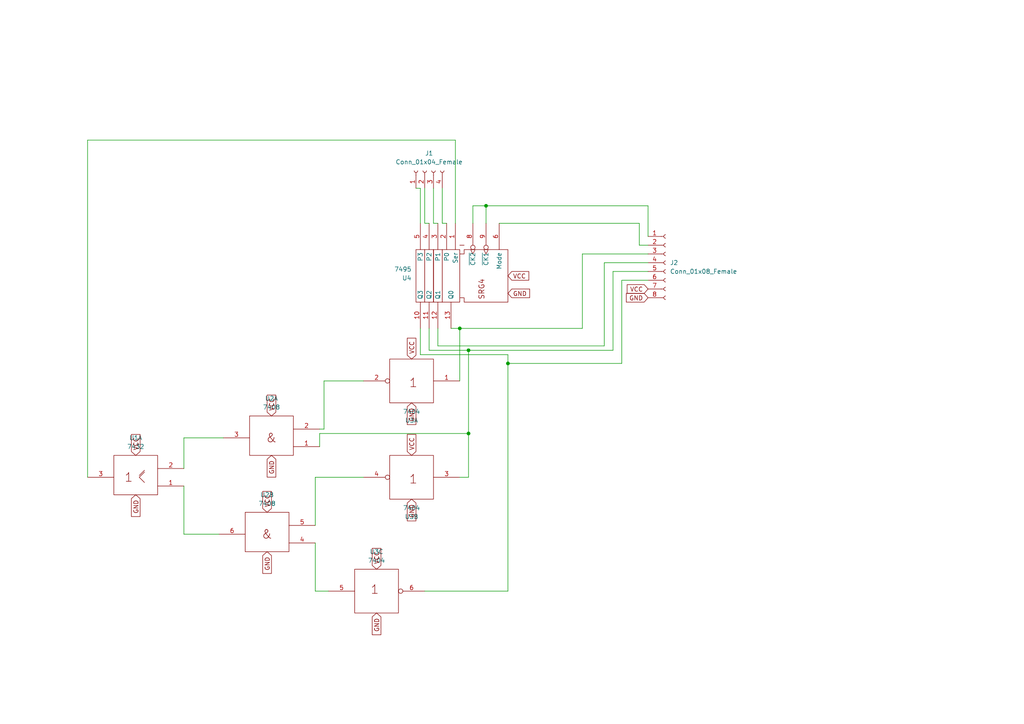
<source format=kicad_sch>
(kicad_sch (version 20211123) (generator eeschema)
  (paper "A4")
  (lib_symbols
    (symbol "74xx_IEEE:7404" (pin_names (offset 0.762))
      (property "Reference" "U" (at 5.08 7.62 0))
      (property "Value" "7404" (at 3.81 -8.89 0))
      (symbol "7404_0_0"
        (text "1" (at -0.508 0.508 0) (effects (font (size 2.54 2.54))))
      )
      (symbol "7404_0_1"
        (rectangle (start -6.35 6.35) (end 6.35 -6.35))
        (pin power_in line (at 0 6.35 270) (length 0) hide (name "Vcc") (number "14"))
        (pin power_in line (at 0 -6.35 90) (length 0) hide (name "Gnd") (number "7"))
      )
      (symbol "7404_1_1"
        (pin input line (at -13.97 0 0) (length 7.62) (name "~") (number "1"))
        (pin input inverted (at 13.97 0 180) (length 7.62) (name "~") (number "2"))
      )
      (symbol "7404_2_1"
        (pin input line (at -13.97 0 0) (length 7.62) (name "~") (number "3"))
        (pin input inverted (at 13.97 0 180) (length 7.62) (name "~") (number "4"))
      )
      (symbol "7404_3_1"
        (pin input line (at -13.97 0 0) (length 7.62) (name "~") (number "5"))
        (pin input inverted (at 13.97 0 180) (length 7.62) (name "~") (number "6"))
      )
      (symbol "7404_4_1"
        (pin input inverted (at 13.97 0 180) (length 7.62) (name "~") (number "8"))
        (pin input line (at -13.97 0 0) (length 7.62) (name "~") (number "9"))
      )
      (symbol "7404_5_1"
        (pin input inverted (at 13.97 0 180) (length 7.62) (name "~") (number "10"))
        (pin input line (at -13.97 0 0) (length 7.62) (name "~") (number "11"))
      )
      (symbol "7404_6_1"
        (pin input inverted (at 13.97 0 180) (length 7.62) (name "~") (number "12"))
        (pin input line (at -13.97 0 0) (length 7.62) (name "~") (number "13"))
      )
    )
    (symbol "74xx_IEEE:7408" (pin_names (offset 0.762))
      (property "Reference" "U" (at 2.54 7.62 0))
      (property "Value" "7408" (at 3.81 -8.89 0))
      (symbol "7408_0_1"
        (rectangle (start -6.35 5.08) (end 6.35 -6.35))
        (text "&" (at 0 0 0) (effects (font (size 2.54 2.54))))
        (pin power_in line (at 0 5.08 270) (length 0) hide (name "Vcc") (number "14"))
        (pin power_in line (at 0 -6.35 90) (length 0) hide (name "Gnd") (number "7"))
      )
      (symbol "7408_1_1"
        (pin input line (at -13.97 2.54 0) (length 7.62) (name "~") (number "1"))
        (pin input line (at -13.97 -2.54 0) (length 7.62) (name "~") (number "2"))
        (pin output line (at 13.97 0 180) (length 7.62) (name "~") (number "3"))
      )
      (symbol "7408_2_1"
        (pin input line (at -13.97 2.54 0) (length 7.62) (name "~") (number "4"))
        (pin input line (at -13.97 -2.54 0) (length 7.62) (name "~") (number "5"))
        (pin input line (at 13.97 0 180) (length 7.62) (name "~") (number "6"))
      )
      (symbol "7408_3_1"
        (pin input line (at -13.97 -2.54 0) (length 7.62) (name "~") (number "10"))
        (pin input line (at 13.97 0 180) (length 7.62) (name "~") (number "8"))
        (pin input line (at -13.97 2.54 0) (length 7.62) (name "~") (number "9"))
      )
      (symbol "7408_4_1"
        (pin input line (at 13.97 0 180) (length 7.62) (name "~") (number "11"))
        (pin input line (at -13.97 2.54 0) (length 7.62) (name "~") (number "12"))
        (pin input line (at -13.97 -2.54 0) (length 7.62) (name "~") (number "13"))
      )
    )
    (symbol "74xx_IEEE:7432" (pin_names (offset 0.762))
      (property "Reference" "U" (at 2.54 6.35 0))
      (property "Value" "7432" (at 3.81 -7.62 0))
      (symbol "7432_0_1"
        (rectangle (start -6.35 5.08) (end 6.35 -6.35))
        (polyline (pts (xy -2.54 -2.032) (xy -1.016 -0.508) (xy -1.016 -0.508)))
        (polyline (pts (xy -2.54 1.524) (xy -2.54 1.524) (xy -1.016 0) (xy -2.54 -1.524) (xy -2.54 -1.524)))
        (text "1" (at 2.032 0 0) (effects (font (size 2.54 2.54))))
        (pin power_in line (at 0 5.08 270) (length 0) hide (name "Vcc") (number "14"))
        (pin power_in line (at 0 -6.35 90) (length 0) hide (name "Gnd") (number "7"))
      )
      (symbol "7432_1_1"
        (pin input line (at -13.97 2.54 0) (length 7.62) (name "~") (number "1"))
        (pin input line (at -13.97 -2.54 0) (length 7.62) (name "~") (number "2"))
        (pin output line (at 13.97 0 180) (length 7.62) (name "~") (number "3"))
      )
      (symbol "7432_2_1"
        (pin input line (at -13.97 2.54 0) (length 7.62) (name "~") (number "4"))
        (pin input line (at -13.97 -2.54 0) (length 7.62) (name "~") (number "5"))
        (pin output line (at 13.97 0 180) (length 7.62) (name "~") (number "6"))
      )
      (symbol "7432_3_1"
        (pin input line (at -13.97 -2.54 0) (length 7.62) (name "~") (number "10"))
        (pin output line (at 13.97 0 180) (length 7.62) (name "~") (number "8"))
        (pin input line (at -13.97 2.54 0) (length 7.62) (name "~") (number "9"))
      )
      (symbol "7432_4_1"
        (pin output line (at 13.97 0 180) (length 7.62) (name "~") (number "11"))
        (pin input line (at -13.97 2.54 0) (length 7.62) (name "~") (number "12"))
        (pin input line (at -13.97 -2.54 0) (length 7.62) (name "~") (number "13"))
      )
    )
    (symbol "74xx_IEEE:7495" (pin_names (offset 0.762))
      (property "Reference" "U" (at 8.89 13.97 0))
      (property "Value" "7495" (at 5.08 -15.24 0))
      (symbol "7495_0_0"
        (polyline (pts (xy -8.89 0) (xy -8.89 0)))
        (polyline (pts (xy -8.89 1.27) (xy -8.89 0) (xy -8.89 0)))
        (text "SRG4" (at 3.81 6.35 0) (effects (font (size 1.524 1.524))))
        (pin power_in line (at 5.08 13.97 270) (length 0) hide (name "VCC") (number "14"))
        (pin power_in line (at 0 13.97 270) (length 0) hide (name "GND") (number "7"))
      )
      (symbol "7495_0_1"
        (rectangle (start -7.62 -10.16) (end 7.62 -12.7))
        (rectangle (start -7.62 -7.62) (end 7.62 -10.16))
        (rectangle (start -7.62 -5.08) (end 7.62 -7.62))
        (rectangle (start -7.62 0) (end 7.62 -5.08))
        (polyline (pts (xy -6.35 0) (xy -6.35 1.27) (xy -7.62 1.27) (xy -7.62 13.97) (xy 7.62 13.97) (xy 7.62 1.27) (xy 6.35 1.27) (xy 6.35 0) (xy 6.35 0)))
      )
      (symbol "7495_1_1"
        (pin input line (at -15.24 -1.27 0) (length 7.62) (name "Ser") (number "1"))
        (pin output line (at 15.24 -11.43 180) (length 7.62) (name "Q3") (number "10"))
        (pin output line (at 15.24 -8.89 180) (length 7.62) (name "Q2") (number "11"))
        (pin output line (at 15.24 -6.35 180) (length 7.62) (name "Q1") (number "12"))
        (pin output line (at 15.24 -2.54 180) (length 7.62) (name "Q0") (number "13"))
        (pin input line (at -15.24 -3.81 0) (length 7.62) (name "P0") (number "2"))
        (pin input line (at -15.24 -6.35 0) (length 7.62) (name "P1") (number "3"))
        (pin input line (at -15.24 -8.89 0) (length 7.62) (name "P2") (number "4"))
        (pin input line (at -15.24 -11.43 0) (length 7.62) (name "P3") (number "5"))
        (pin input line (at -15.24 11.43 0) (length 7.62) (name "Mode") (number "6"))
        (pin input inverted_clock (at -15.24 3.81 0) (length 7.62) (name "~{CK2}") (number "8"))
        (pin input inverted_clock (at -15.24 7.62 0) (length 7.62) (name "~{CK1}") (number "9"))
      )
    )
    (symbol "Connector:Conn_01x04_Female" (pin_names (offset 1.016) hide)
      (property "Reference" "J" (at 0 5.08 0))
      (property "Value" "Conn_01x04_Female" (at 0 -7.62 0))
      (symbol "Conn_01x04_Female_1_1"
        (arc (start 0 -4.572) (mid -0.508 -5.08) (end 0 -5.588) (stroke (width 0.1524)))
        (arc (start 0 -2.032) (mid -0.508 -2.54) (end 0 -3.048) (stroke (width 0.1524)))
        (polyline (pts (xy -1.27 -5.08) (xy -0.508 -5.08)) (stroke (width 0.1524)))
        (polyline (pts (xy -1.27 -2.54) (xy -0.508 -2.54)) (stroke (width 0.1524)))
        (polyline (pts (xy -1.27 0) (xy -0.508 0)) (stroke (width 0.1524)))
        (polyline (pts (xy -1.27 2.54) (xy -0.508 2.54)) (stroke (width 0.1524)))
        (arc (start 0 0.508) (mid -0.508 0) (end 0 -0.508) (stroke (width 0.1524)))
        (arc (start 0 3.048) (mid -0.508 2.54) (end 0 2.032) (stroke (width 0.1524)))
        (pin passive line (at -5.08 2.54 0) (length 3.81) (name "Pin_1") (number "1"))
        (pin passive line (at -5.08 0 0) (length 3.81) (name "Pin_2") (number "2"))
        (pin passive line (at -5.08 -2.54 0) (length 3.81) (name "Pin_3") (number "3"))
        (pin passive line (at -5.08 -5.08 0) (length 3.81) (name "Pin_4") (number "4"))
      )
    )
    (symbol "Connector:Conn_01x08_Female" (pin_names (offset 1.016) hide)
      (property "Reference" "J" (at 0 10.16 0))
      (property "Value" "Conn_01x08_Female" (at 0 -12.7 0))
      (symbol "Conn_01x08_Female_1_1"
        (arc (start 0 -9.652) (mid -0.508 -10.16) (end 0 -10.668) (stroke (width 0.1524)))
        (arc (start 0 -7.112) (mid -0.508 -7.62) (end 0 -8.128) (stroke (width 0.1524)))
        (arc (start 0 -4.572) (mid -0.508 -5.08) (end 0 -5.588) (stroke (width 0.1524)))
        (arc (start 0 -2.032) (mid -0.508 -2.54) (end 0 -3.048) (stroke (width 0.1524)))
        (polyline (pts (xy -1.27 -10.16) (xy -0.508 -10.16)) (stroke (width 0.1524)))
        (polyline (pts (xy -1.27 -7.62) (xy -0.508 -7.62)) (stroke (width 0.1524)))
        (polyline (pts (xy -1.27 -5.08) (xy -0.508 -5.08)) (stroke (width 0.1524)))
        (polyline (pts (xy -1.27 -2.54) (xy -0.508 -2.54)) (stroke (width 0.1524)))
        (polyline (pts (xy -1.27 0) (xy -0.508 0)) (stroke (width 0.1524)))
        (polyline (pts (xy -1.27 2.54) (xy -0.508 2.54)) (stroke (width 0.1524)))
        (polyline (pts (xy -1.27 5.08) (xy -0.508 5.08)) (stroke (width 0.1524)))
        (polyline (pts (xy -1.27 7.62) (xy -0.508 7.62)) (stroke (width 0.1524)))
        (arc (start 0 0.508) (mid -0.508 0) (end 0 -0.508) (stroke (width 0.1524)))
        (arc (start 0 3.048) (mid -0.508 2.54) (end 0 2.032) (stroke (width 0.1524)))
        (arc (start 0 5.588) (mid -0.508 5.08) (end 0 4.572) (stroke (width 0.1524)))
        (arc (start 0 8.128) (mid -0.508 7.62) (end 0 7.112) (stroke (width 0.1524)))
        (pin passive line (at -5.08 7.62 0) (length 3.81) (name "Pin_1") (number "1"))
        (pin passive line (at -5.08 5.08 0) (length 3.81) (name "Pin_2") (number "2"))
        (pin passive line (at -5.08 2.54 0) (length 3.81) (name "Pin_3") (number "3"))
        (pin passive line (at -5.08 0 0) (length 3.81) (name "Pin_4") (number "4"))
        (pin passive line (at -5.08 -2.54 0) (length 3.81) (name "Pin_5") (number "5"))
        (pin passive line (at -5.08 -5.08 0) (length 3.81) (name "Pin_6") (number "6"))
        (pin passive line (at -5.08 -7.62 0) (length 3.81) (name "Pin_7") (number "7"))
        (pin passive line (at -5.08 -10.16 0) (length 3.81) (name "Pin_8") (number "8"))
      )
    )
  )
  (junction (at 147.32 105.41))
  (junction (at 140.97 59.69))
  (junction (at 135.89 101.6))
  (junction (at 135.89 125.73))
  (junction (at 133.35 95.25))
  (wire (pts (xy 135.89 101.6) (xy 177.8 101.6)))
  (wire (pts (xy 121.92 54.61) (xy 121.92 64.77)))
  (wire (pts (xy 124.46 95.25) (xy 124.46 101.6)))
  (wire (pts (xy 64.77 127) (xy 53.34 127)))
  (wire (pts (xy 147.32 105.41) (xy 147.32 171.45)))
  (wire (pts (xy 128.27 64.77) (xy 129.54 64.77)))
  (wire (pts (xy 91.44 171.45) (xy 91.44 157.48)))
  (wire (pts (xy 175.26 76.2) (xy 187.96 76.2)))
  (wire (pts (xy 25.4 138.43) (xy 25.4 40.64)))
  (wire (pts (xy 177.8 101.6) (xy 177.8 78.74)))
  (wire (pts (xy 185.42 64.77) (xy 185.42 71.12)))
  (wire (pts (xy 127 95.25) (xy 127 100.33)))
  (wire (pts (xy 187.96 59.69) (xy 187.96 68.58)))
  (wire (pts (xy 133.35 95.25) (xy 168.91 95.25)))
  (wire (pts (xy 53.34 127) (xy 53.34 135.89)))
  (wire (pts (xy 180.34 81.28) (xy 180.34 105.41)))
  (wire (pts (xy 140.97 59.69) (xy 140.97 64.77)))
  (wire (pts (xy 123.19 64.77) (xy 124.46 64.77)))
  (wire (pts (xy 95.25 171.45) (xy 91.44 171.45)))
  (wire (pts (xy 91.44 138.43) (xy 91.44 152.4)))
  (wire (pts (xy 175.26 100.33) (xy 175.26 76.2)))
  (wire (pts (xy 177.8 78.74) (xy 187.96 78.74)))
  (wire (pts (xy 133.35 95.25) (xy 133.35 110.49)))
  (wire (pts (xy 137.16 64.77) (xy 137.16 59.69)))
  (wire (pts (xy 137.16 59.69) (xy 140.97 59.69)))
  (wire (pts (xy 135.89 125.73) (xy 135.89 138.43)))
  (wire (pts (xy 128.27 54.61) (xy 128.27 64.77)))
  (wire (pts (xy 63.5 154.94) (xy 53.34 154.94)))
  (wire (pts (xy 120.65 54.61) (xy 121.92 54.61)))
  (wire (pts (xy 135.89 125.73) (xy 92.71 125.73)))
  (wire (pts (xy 125.73 54.61) (xy 125.73 64.77)))
  (wire (pts (xy 53.34 154.94) (xy 53.34 140.97)))
  (wire (pts (xy 147.32 102.87) (xy 147.32 105.41)))
  (wire (pts (xy 135.89 138.43) (xy 133.35 138.43)))
  (wire (pts (xy 123.19 54.61) (xy 123.19 64.77)))
  (wire (pts (xy 140.97 59.69) (xy 187.96 59.69)))
  (wire (pts (xy 121.92 102.87) (xy 147.32 102.87)))
  (wire (pts (xy 187.96 81.28) (xy 180.34 81.28)))
  (wire (pts (xy 105.41 110.49) (xy 93.98 110.49)))
  (wire (pts (xy 93.98 124.46) (xy 92.71 124.46)))
  (wire (pts (xy 180.34 105.41) (xy 147.32 105.41)))
  (wire (pts (xy 168.91 73.66) (xy 187.96 73.66)))
  (wire (pts (xy 92.71 125.73) (xy 92.71 129.54)))
  (wire (pts (xy 144.78 64.77) (xy 185.42 64.77)))
  (wire (pts (xy 135.89 101.6) (xy 135.89 125.73)))
  (wire (pts (xy 130.81 95.25) (xy 133.35 95.25)))
  (wire (pts (xy 125.73 64.77) (xy 127 64.77)))
  (wire (pts (xy 105.41 138.43) (xy 91.44 138.43)))
  (wire (pts (xy 121.92 95.25) (xy 121.92 102.87)))
  (wire (pts (xy 185.42 71.12) (xy 187.96 71.12)))
  (wire (pts (xy 132.08 40.64) (xy 132.08 64.77)))
  (wire (pts (xy 168.91 95.25) (xy 168.91 73.66)))
  (wire (pts (xy 124.46 101.6) (xy 135.89 101.6)))
  (wire (pts (xy 127 100.33) (xy 175.26 100.33)))
  (wire (pts (xy 93.98 110.49) (xy 93.98 124.46)))
  (wire (pts (xy 147.32 171.45) (xy 123.19 171.45)))
  (wire (pts (xy 25.4 40.64) (xy 132.08 40.64)))
  (global_label "VCC" (shape input) (at 39.37 132.08 90) (property "Intersheet References" "${INTERSHEET_REFS}" (effects hide)))
  (global_label "GND" (shape input) (at 39.37 143.51 270) (property "Intersheet References" "${INTERSHEET_REFS}" (effects hide)))
  (global_label "GND" (shape input) (at 147.32 85.09 0) (property "Intersheet References" "${INTERSHEET_REFS}" (effects hide)))
  (global_label "VCC" (shape input) (at 119.38 132.08 90) (property "Intersheet References" "${INTERSHEET_REFS}" (effects hide)))
  (global_label "VCC" (shape input) (at 187.96 83.82 180) (property "Intersheet References" "${INTERSHEET_REFS}" (effects hide)))
  (global_label "GND" (shape input) (at 77.47 160.02 270) (property "Intersheet References" "${INTERSHEET_REFS}" (effects hide)))
  (global_label "VCC" (shape input) (at 109.22 165.1 90) (property "Intersheet References" "${INTERSHEET_REFS}" (effects hide)))
  (global_label "VCC" (shape input) (at 77.47 148.59 90) (property "Intersheet References" "${INTERSHEET_REFS}" (effects hide)))
  (global_label "GND" (shape input) (at 78.74 132.08 270) (property "Intersheet References" "${INTERSHEET_REFS}" (effects hide)))
  (global_label "GND" (shape input) (at 119.38 116.84 270) (property "Intersheet References" "${INTERSHEET_REFS}" (effects hide)))
  (global_label "GND" (shape input) (at 109.22 177.8 270) (property "Intersheet References" "${INTERSHEET_REFS}" (effects hide)))
  (global_label "VCC" (shape input) (at 78.74 120.65 90) (property "Intersheet References" "${INTERSHEET_REFS}" (effects hide)))
  (global_label "VCC" (shape input) (at 119.38 104.14 90) (property "Intersheet References" "${INTERSHEET_REFS}" (effects hide)))
  (global_label "VCC" (shape input) (at 147.32 80.01 0) (property "Intersheet References" "${INTERSHEET_REFS}" (effects hide)))
  (global_label "GND" (shape input) (at 187.96 86.36 180) (property "Intersheet References" "${INTERSHEET_REFS}" (effects hide)))
  (global_label "GND" (shape input) (at 119.38 144.78 270) (property "Intersheet References" "${INTERSHEET_REFS}" (effects hide)))
  (symbol (lib_id "74xx_IEEE:7408") (at 78.74 127 180) (unit 1)
    (property "Reference" "U2" (at 78.74 115.57 0))
    (property "Value" "7408" (at 78.74 118.11 0))
    (property "Footprint" "Package_DIP:DIP-14_W7.62mm_Socket" (effects hide))
  )
  (symbol (lib_id "74xx_IEEE:7404") (at 109.22 171.45 0) (unit 3)
    (property "Reference" "U3" (at 109.22 160.02 0))
    (property "Value" "7404" (at 109.22 162.56 0))
    (property "Footprint" "Package_DIP:DIP-14_W7.62mm_Socket" (effects hide))
  )
  (symbol (lib_id "Connector:Conn_01x08_Female") (at 193.04 76.2 0) (unit 1)
    (property "Reference" "J2" (at 194.31 76.1999 0) (effects (justify left)))
    (property "Value" "Conn_01x08_Female" (at 194.31 78.7399 0) (effects (justify left)))
    (property "Footprint" "Connector_JST:JST_EH_S8B-EH_1x08_P2.50mm_Horizontal" (effects hide))
  )
  (symbol (lib_id "74xx_IEEE:7404") (at 119.38 110.49 180) (unit 1)
    (property "Reference" "U3" (at 119.38 121.92 0))
    (property "Value" "7404" (at 119.38 119.38 0))
    (property "Footprint" "Package_DIP:DIP-14_W7.62mm_Socket" (effects hide))
  )
  (symbol (lib_id "Connector:Conn_01x04_Female") (at 123.19 49.53 90) (unit 1)
    (property "Reference" "J1" (at 124.46 44.45 90))
    (property "Value" "Conn_01x04_Female" (at 124.46 46.99 90))
    (property "Footprint" "Connector_JST:JST_EH_S4B-EH_1x04_P2.50mm_Horizontal" (effects hide))
  )
  (symbol (lib_id "74xx_IEEE:7432") (at 39.37 138.43 180) (unit 1)
    (property "Reference" "U1" (at 39.37 127 0))
    (property "Value" "7432" (at 39.37 129.54 0))
    (property "Footprint" "Package_DIP:DIP-14_W7.62mm_Socket" (effects hide))
  )
  (symbol (lib_id "74xx_IEEE:7404") (at 119.38 138.43 180) (unit 2)
    (property "Reference" "U3" (at 119.38 149.86 0))
    (property "Value" "7404" (at 119.38 147.32 0))
    (property "Footprint" "Package_DIP:DIP-14_W7.62mm_Socket" (effects hide))
  )
  (symbol (lib_id "74xx_IEEE:7495") (at 133.35 80.01 270) (unit 1)
    (property "Reference" "U4" (at 119.38 80.6451 90) (effects (justify right)))
    (property "Value" "7495" (at 119.38 78.1051 90) (effects (justify right)))
    (property "Footprint" "Package_DIP:DIP-14_W7.62mm_Socket" (effects hide))
  )
  (symbol (lib_id "74xx_IEEE:7408") (at 77.47 154.94 180) (unit 2)
    (property "Reference" "U2" (at 77.47 143.51 0))
    (property "Value" "7408" (at 77.47 146.05 0))
    (property "Footprint" "Package_DIP:DIP-14_W7.62mm_Socket" (effects hide))
  )
)
</source>
